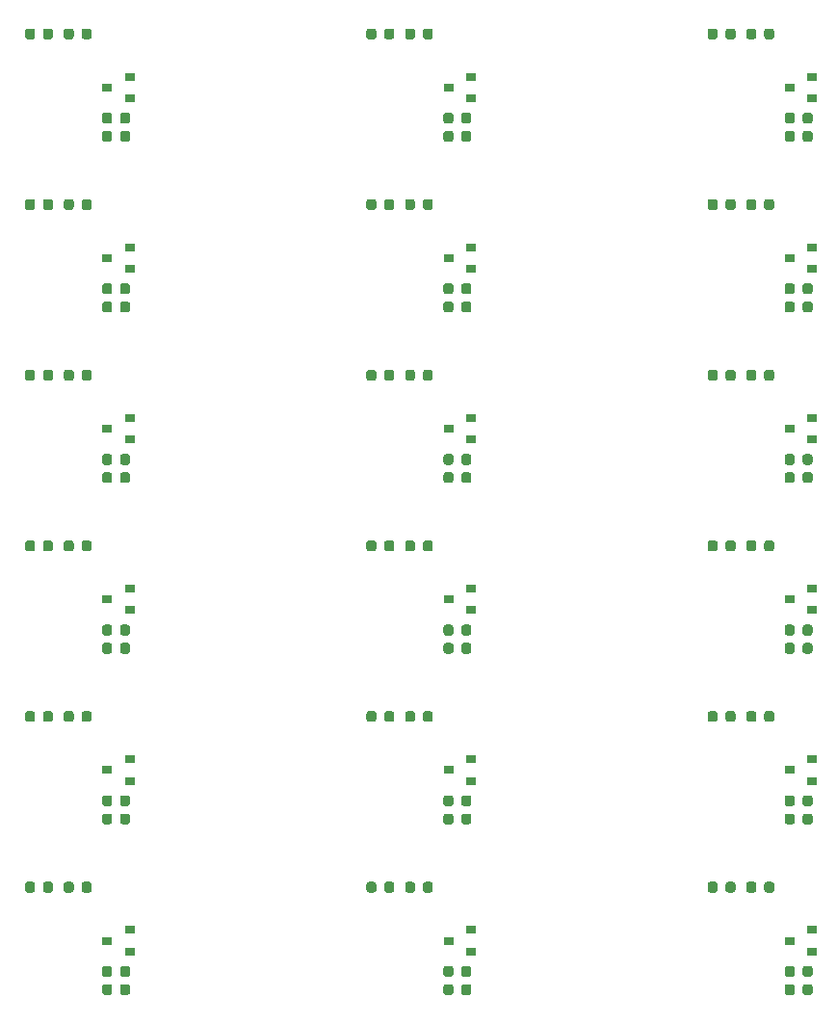
<source format=gbr>
%TF.GenerationSoftware,KiCad,Pcbnew,5.1.6-c6e7f7d~87~ubuntu18.04.1*%
%TF.CreationDate,2020-08-12T19:32:08-03:00*%
%TF.ProjectId,irStrip_v1_panel,69725374-7269-4705-9f76-315f70616e65,Rev. 1.0.1*%
%TF.SameCoordinates,Original*%
%TF.FileFunction,Paste,Bot*%
%TF.FilePolarity,Positive*%
%FSLAX46Y46*%
G04 Gerber Fmt 4.6, Leading zero omitted, Abs format (unit mm)*
G04 Created by KiCad (PCBNEW 5.1.6-c6e7f7d~87~ubuntu18.04.1) date 2020-08-12 19:32:08*
%MOMM*%
%LPD*%
G01*
G04 APERTURE LIST*
%ADD10R,0.900000X0.800000*%
G04 APERTURE END LIST*
D10*
%TO.C,Q1*%
X183300000Y-136250000D03*
X183300000Y-138150000D03*
X181300000Y-137200000D03*
%TD*%
%TO.C,C1*%
G36*
G01*
X182437500Y-140156250D02*
X182437500Y-139643750D01*
G75*
G02*
X182656250Y-139425000I218750J0D01*
G01*
X183093750Y-139425000D01*
G75*
G02*
X183312500Y-139643750I0J-218750D01*
G01*
X183312500Y-140156250D01*
G75*
G02*
X183093750Y-140375000I-218750J0D01*
G01*
X182656250Y-140375000D01*
G75*
G02*
X182437500Y-140156250I0J218750D01*
G01*
G37*
G36*
G01*
X180862500Y-140156250D02*
X180862500Y-139643750D01*
G75*
G02*
X181081250Y-139425000I218750J0D01*
G01*
X181518750Y-139425000D01*
G75*
G02*
X181737500Y-139643750I0J-218750D01*
G01*
X181737500Y-140156250D01*
G75*
G02*
X181518750Y-140375000I-218750J0D01*
G01*
X181081250Y-140375000D01*
G75*
G02*
X180862500Y-140156250I0J218750D01*
G01*
G37*
%TD*%
%TO.C,C2*%
G36*
G01*
X180862500Y-141756250D02*
X180862500Y-141243750D01*
G75*
G02*
X181081250Y-141025000I218750J0D01*
G01*
X181518750Y-141025000D01*
G75*
G02*
X181737500Y-141243750I0J-218750D01*
G01*
X181737500Y-141756250D01*
G75*
G02*
X181518750Y-141975000I-218750J0D01*
G01*
X181081250Y-141975000D01*
G75*
G02*
X180862500Y-141756250I0J218750D01*
G01*
G37*
G36*
G01*
X182437500Y-141756250D02*
X182437500Y-141243750D01*
G75*
G02*
X182656250Y-141025000I218750J0D01*
G01*
X183093750Y-141025000D01*
G75*
G02*
X183312500Y-141243750I0J-218750D01*
G01*
X183312500Y-141756250D01*
G75*
G02*
X183093750Y-141975000I-218750J0D01*
G01*
X182656250Y-141975000D01*
G75*
G02*
X182437500Y-141756250I0J218750D01*
G01*
G37*
%TD*%
%TO.C,R1*%
G36*
G01*
X177487500Y-132756250D02*
X177487500Y-132243750D01*
G75*
G02*
X177706250Y-132025000I218750J0D01*
G01*
X178143750Y-132025000D01*
G75*
G02*
X178362500Y-132243750I0J-218750D01*
G01*
X178362500Y-132756250D01*
G75*
G02*
X178143750Y-132975000I-218750J0D01*
G01*
X177706250Y-132975000D01*
G75*
G02*
X177487500Y-132756250I0J218750D01*
G01*
G37*
G36*
G01*
X179062500Y-132756250D02*
X179062500Y-132243750D01*
G75*
G02*
X179281250Y-132025000I218750J0D01*
G01*
X179718750Y-132025000D01*
G75*
G02*
X179937500Y-132243750I0J-218750D01*
G01*
X179937500Y-132756250D01*
G75*
G02*
X179718750Y-132975000I-218750J0D01*
G01*
X179281250Y-132975000D01*
G75*
G02*
X179062500Y-132756250I0J218750D01*
G01*
G37*
%TD*%
%TO.C,R2*%
G36*
G01*
X175662500Y-132756250D02*
X175662500Y-132243750D01*
G75*
G02*
X175881250Y-132025000I218750J0D01*
G01*
X176318750Y-132025000D01*
G75*
G02*
X176537500Y-132243750I0J-218750D01*
G01*
X176537500Y-132756250D01*
G75*
G02*
X176318750Y-132975000I-218750J0D01*
G01*
X175881250Y-132975000D01*
G75*
G02*
X175662500Y-132756250I0J218750D01*
G01*
G37*
G36*
G01*
X174087500Y-132756250D02*
X174087500Y-132243750D01*
G75*
G02*
X174306250Y-132025000I218750J0D01*
G01*
X174743750Y-132025000D01*
G75*
G02*
X174962500Y-132243750I0J-218750D01*
G01*
X174962500Y-132756250D01*
G75*
G02*
X174743750Y-132975000I-218750J0D01*
G01*
X174306250Y-132975000D01*
G75*
G02*
X174087500Y-132756250I0J218750D01*
G01*
G37*
%TD*%
%TO.C,R1*%
G36*
G01*
X177487500Y-117756250D02*
X177487500Y-117243750D01*
G75*
G02*
X177706250Y-117025000I218750J0D01*
G01*
X178143750Y-117025000D01*
G75*
G02*
X178362500Y-117243750I0J-218750D01*
G01*
X178362500Y-117756250D01*
G75*
G02*
X178143750Y-117975000I-218750J0D01*
G01*
X177706250Y-117975000D01*
G75*
G02*
X177487500Y-117756250I0J218750D01*
G01*
G37*
G36*
G01*
X179062500Y-117756250D02*
X179062500Y-117243750D01*
G75*
G02*
X179281250Y-117025000I218750J0D01*
G01*
X179718750Y-117025000D01*
G75*
G02*
X179937500Y-117243750I0J-218750D01*
G01*
X179937500Y-117756250D01*
G75*
G02*
X179718750Y-117975000I-218750J0D01*
G01*
X179281250Y-117975000D01*
G75*
G02*
X179062500Y-117756250I0J218750D01*
G01*
G37*
%TD*%
%TO.C,C2*%
G36*
G01*
X180862500Y-126756250D02*
X180862500Y-126243750D01*
G75*
G02*
X181081250Y-126025000I218750J0D01*
G01*
X181518750Y-126025000D01*
G75*
G02*
X181737500Y-126243750I0J-218750D01*
G01*
X181737500Y-126756250D01*
G75*
G02*
X181518750Y-126975000I-218750J0D01*
G01*
X181081250Y-126975000D01*
G75*
G02*
X180862500Y-126756250I0J218750D01*
G01*
G37*
G36*
G01*
X182437500Y-126756250D02*
X182437500Y-126243750D01*
G75*
G02*
X182656250Y-126025000I218750J0D01*
G01*
X183093750Y-126025000D01*
G75*
G02*
X183312500Y-126243750I0J-218750D01*
G01*
X183312500Y-126756250D01*
G75*
G02*
X183093750Y-126975000I-218750J0D01*
G01*
X182656250Y-126975000D01*
G75*
G02*
X182437500Y-126756250I0J218750D01*
G01*
G37*
%TD*%
%TO.C,C1*%
G36*
G01*
X182437500Y-125156250D02*
X182437500Y-124643750D01*
G75*
G02*
X182656250Y-124425000I218750J0D01*
G01*
X183093750Y-124425000D01*
G75*
G02*
X183312500Y-124643750I0J-218750D01*
G01*
X183312500Y-125156250D01*
G75*
G02*
X183093750Y-125375000I-218750J0D01*
G01*
X182656250Y-125375000D01*
G75*
G02*
X182437500Y-125156250I0J218750D01*
G01*
G37*
G36*
G01*
X180862500Y-125156250D02*
X180862500Y-124643750D01*
G75*
G02*
X181081250Y-124425000I218750J0D01*
G01*
X181518750Y-124425000D01*
G75*
G02*
X181737500Y-124643750I0J-218750D01*
G01*
X181737500Y-125156250D01*
G75*
G02*
X181518750Y-125375000I-218750J0D01*
G01*
X181081250Y-125375000D01*
G75*
G02*
X180862500Y-125156250I0J218750D01*
G01*
G37*
%TD*%
%TO.C,R2*%
G36*
G01*
X175662500Y-117756250D02*
X175662500Y-117243750D01*
G75*
G02*
X175881250Y-117025000I218750J0D01*
G01*
X176318750Y-117025000D01*
G75*
G02*
X176537500Y-117243750I0J-218750D01*
G01*
X176537500Y-117756250D01*
G75*
G02*
X176318750Y-117975000I-218750J0D01*
G01*
X175881250Y-117975000D01*
G75*
G02*
X175662500Y-117756250I0J218750D01*
G01*
G37*
G36*
G01*
X174087500Y-117756250D02*
X174087500Y-117243750D01*
G75*
G02*
X174306250Y-117025000I218750J0D01*
G01*
X174743750Y-117025000D01*
G75*
G02*
X174962500Y-117243750I0J-218750D01*
G01*
X174962500Y-117756250D01*
G75*
G02*
X174743750Y-117975000I-218750J0D01*
G01*
X174306250Y-117975000D01*
G75*
G02*
X174087500Y-117756250I0J218750D01*
G01*
G37*
%TD*%
%TO.C,Q1*%
X183300000Y-121250000D03*
X183300000Y-123150000D03*
X181300000Y-122200000D03*
%TD*%
%TO.C,C1*%
G36*
G01*
X182437500Y-110156250D02*
X182437500Y-109643750D01*
G75*
G02*
X182656250Y-109425000I218750J0D01*
G01*
X183093750Y-109425000D01*
G75*
G02*
X183312500Y-109643750I0J-218750D01*
G01*
X183312500Y-110156250D01*
G75*
G02*
X183093750Y-110375000I-218750J0D01*
G01*
X182656250Y-110375000D01*
G75*
G02*
X182437500Y-110156250I0J218750D01*
G01*
G37*
G36*
G01*
X180862500Y-110156250D02*
X180862500Y-109643750D01*
G75*
G02*
X181081250Y-109425000I218750J0D01*
G01*
X181518750Y-109425000D01*
G75*
G02*
X181737500Y-109643750I0J-218750D01*
G01*
X181737500Y-110156250D01*
G75*
G02*
X181518750Y-110375000I-218750J0D01*
G01*
X181081250Y-110375000D01*
G75*
G02*
X180862500Y-110156250I0J218750D01*
G01*
G37*
%TD*%
%TO.C,C2*%
G36*
G01*
X180862500Y-111756250D02*
X180862500Y-111243750D01*
G75*
G02*
X181081250Y-111025000I218750J0D01*
G01*
X181518750Y-111025000D01*
G75*
G02*
X181737500Y-111243750I0J-218750D01*
G01*
X181737500Y-111756250D01*
G75*
G02*
X181518750Y-111975000I-218750J0D01*
G01*
X181081250Y-111975000D01*
G75*
G02*
X180862500Y-111756250I0J218750D01*
G01*
G37*
G36*
G01*
X182437500Y-111756250D02*
X182437500Y-111243750D01*
G75*
G02*
X182656250Y-111025000I218750J0D01*
G01*
X183093750Y-111025000D01*
G75*
G02*
X183312500Y-111243750I0J-218750D01*
G01*
X183312500Y-111756250D01*
G75*
G02*
X183093750Y-111975000I-218750J0D01*
G01*
X182656250Y-111975000D01*
G75*
G02*
X182437500Y-111756250I0J218750D01*
G01*
G37*
%TD*%
%TO.C,R1*%
G36*
G01*
X177487500Y-102756250D02*
X177487500Y-102243750D01*
G75*
G02*
X177706250Y-102025000I218750J0D01*
G01*
X178143750Y-102025000D01*
G75*
G02*
X178362500Y-102243750I0J-218750D01*
G01*
X178362500Y-102756250D01*
G75*
G02*
X178143750Y-102975000I-218750J0D01*
G01*
X177706250Y-102975000D01*
G75*
G02*
X177487500Y-102756250I0J218750D01*
G01*
G37*
G36*
G01*
X179062500Y-102756250D02*
X179062500Y-102243750D01*
G75*
G02*
X179281250Y-102025000I218750J0D01*
G01*
X179718750Y-102025000D01*
G75*
G02*
X179937500Y-102243750I0J-218750D01*
G01*
X179937500Y-102756250D01*
G75*
G02*
X179718750Y-102975000I-218750J0D01*
G01*
X179281250Y-102975000D01*
G75*
G02*
X179062500Y-102756250I0J218750D01*
G01*
G37*
%TD*%
%TO.C,R2*%
G36*
G01*
X175662500Y-102756250D02*
X175662500Y-102243750D01*
G75*
G02*
X175881250Y-102025000I218750J0D01*
G01*
X176318750Y-102025000D01*
G75*
G02*
X176537500Y-102243750I0J-218750D01*
G01*
X176537500Y-102756250D01*
G75*
G02*
X176318750Y-102975000I-218750J0D01*
G01*
X175881250Y-102975000D01*
G75*
G02*
X175662500Y-102756250I0J218750D01*
G01*
G37*
G36*
G01*
X174087500Y-102756250D02*
X174087500Y-102243750D01*
G75*
G02*
X174306250Y-102025000I218750J0D01*
G01*
X174743750Y-102025000D01*
G75*
G02*
X174962500Y-102243750I0J-218750D01*
G01*
X174962500Y-102756250D01*
G75*
G02*
X174743750Y-102975000I-218750J0D01*
G01*
X174306250Y-102975000D01*
G75*
G02*
X174087500Y-102756250I0J218750D01*
G01*
G37*
%TD*%
%TO.C,Q1*%
X183300000Y-106250000D03*
X183300000Y-108150000D03*
X181300000Y-107200000D03*
%TD*%
%TO.C,Q1*%
X183300000Y-91250000D03*
X183300000Y-93150000D03*
X181300000Y-92200000D03*
%TD*%
%TO.C,R1*%
G36*
G01*
X177487500Y-87756250D02*
X177487500Y-87243750D01*
G75*
G02*
X177706250Y-87025000I218750J0D01*
G01*
X178143750Y-87025000D01*
G75*
G02*
X178362500Y-87243750I0J-218750D01*
G01*
X178362500Y-87756250D01*
G75*
G02*
X178143750Y-87975000I-218750J0D01*
G01*
X177706250Y-87975000D01*
G75*
G02*
X177487500Y-87756250I0J218750D01*
G01*
G37*
G36*
G01*
X179062500Y-87756250D02*
X179062500Y-87243750D01*
G75*
G02*
X179281250Y-87025000I218750J0D01*
G01*
X179718750Y-87025000D01*
G75*
G02*
X179937500Y-87243750I0J-218750D01*
G01*
X179937500Y-87756250D01*
G75*
G02*
X179718750Y-87975000I-218750J0D01*
G01*
X179281250Y-87975000D01*
G75*
G02*
X179062500Y-87756250I0J218750D01*
G01*
G37*
%TD*%
%TO.C,C1*%
G36*
G01*
X182437500Y-95156250D02*
X182437500Y-94643750D01*
G75*
G02*
X182656250Y-94425000I218750J0D01*
G01*
X183093750Y-94425000D01*
G75*
G02*
X183312500Y-94643750I0J-218750D01*
G01*
X183312500Y-95156250D01*
G75*
G02*
X183093750Y-95375000I-218750J0D01*
G01*
X182656250Y-95375000D01*
G75*
G02*
X182437500Y-95156250I0J218750D01*
G01*
G37*
G36*
G01*
X180862500Y-95156250D02*
X180862500Y-94643750D01*
G75*
G02*
X181081250Y-94425000I218750J0D01*
G01*
X181518750Y-94425000D01*
G75*
G02*
X181737500Y-94643750I0J-218750D01*
G01*
X181737500Y-95156250D01*
G75*
G02*
X181518750Y-95375000I-218750J0D01*
G01*
X181081250Y-95375000D01*
G75*
G02*
X180862500Y-95156250I0J218750D01*
G01*
G37*
%TD*%
%TO.C,R2*%
G36*
G01*
X175662500Y-87756250D02*
X175662500Y-87243750D01*
G75*
G02*
X175881250Y-87025000I218750J0D01*
G01*
X176318750Y-87025000D01*
G75*
G02*
X176537500Y-87243750I0J-218750D01*
G01*
X176537500Y-87756250D01*
G75*
G02*
X176318750Y-87975000I-218750J0D01*
G01*
X175881250Y-87975000D01*
G75*
G02*
X175662500Y-87756250I0J218750D01*
G01*
G37*
G36*
G01*
X174087500Y-87756250D02*
X174087500Y-87243750D01*
G75*
G02*
X174306250Y-87025000I218750J0D01*
G01*
X174743750Y-87025000D01*
G75*
G02*
X174962500Y-87243750I0J-218750D01*
G01*
X174962500Y-87756250D01*
G75*
G02*
X174743750Y-87975000I-218750J0D01*
G01*
X174306250Y-87975000D01*
G75*
G02*
X174087500Y-87756250I0J218750D01*
G01*
G37*
%TD*%
%TO.C,C2*%
G36*
G01*
X180862500Y-96756250D02*
X180862500Y-96243750D01*
G75*
G02*
X181081250Y-96025000I218750J0D01*
G01*
X181518750Y-96025000D01*
G75*
G02*
X181737500Y-96243750I0J-218750D01*
G01*
X181737500Y-96756250D01*
G75*
G02*
X181518750Y-96975000I-218750J0D01*
G01*
X181081250Y-96975000D01*
G75*
G02*
X180862500Y-96756250I0J218750D01*
G01*
G37*
G36*
G01*
X182437500Y-96756250D02*
X182437500Y-96243750D01*
G75*
G02*
X182656250Y-96025000I218750J0D01*
G01*
X183093750Y-96025000D01*
G75*
G02*
X183312500Y-96243750I0J-218750D01*
G01*
X183312500Y-96756250D01*
G75*
G02*
X183093750Y-96975000I-218750J0D01*
G01*
X182656250Y-96975000D01*
G75*
G02*
X182437500Y-96756250I0J218750D01*
G01*
G37*
%TD*%
%TO.C,Q1*%
X183300000Y-76250000D03*
X183300000Y-78150000D03*
X181300000Y-77200000D03*
%TD*%
%TO.C,C2*%
G36*
G01*
X180862500Y-81756250D02*
X180862500Y-81243750D01*
G75*
G02*
X181081250Y-81025000I218750J0D01*
G01*
X181518750Y-81025000D01*
G75*
G02*
X181737500Y-81243750I0J-218750D01*
G01*
X181737500Y-81756250D01*
G75*
G02*
X181518750Y-81975000I-218750J0D01*
G01*
X181081250Y-81975000D01*
G75*
G02*
X180862500Y-81756250I0J218750D01*
G01*
G37*
G36*
G01*
X182437500Y-81756250D02*
X182437500Y-81243750D01*
G75*
G02*
X182656250Y-81025000I218750J0D01*
G01*
X183093750Y-81025000D01*
G75*
G02*
X183312500Y-81243750I0J-218750D01*
G01*
X183312500Y-81756250D01*
G75*
G02*
X183093750Y-81975000I-218750J0D01*
G01*
X182656250Y-81975000D01*
G75*
G02*
X182437500Y-81756250I0J218750D01*
G01*
G37*
%TD*%
%TO.C,R2*%
G36*
G01*
X175662500Y-72756250D02*
X175662500Y-72243750D01*
G75*
G02*
X175881250Y-72025000I218750J0D01*
G01*
X176318750Y-72025000D01*
G75*
G02*
X176537500Y-72243750I0J-218750D01*
G01*
X176537500Y-72756250D01*
G75*
G02*
X176318750Y-72975000I-218750J0D01*
G01*
X175881250Y-72975000D01*
G75*
G02*
X175662500Y-72756250I0J218750D01*
G01*
G37*
G36*
G01*
X174087500Y-72756250D02*
X174087500Y-72243750D01*
G75*
G02*
X174306250Y-72025000I218750J0D01*
G01*
X174743750Y-72025000D01*
G75*
G02*
X174962500Y-72243750I0J-218750D01*
G01*
X174962500Y-72756250D01*
G75*
G02*
X174743750Y-72975000I-218750J0D01*
G01*
X174306250Y-72975000D01*
G75*
G02*
X174087500Y-72756250I0J218750D01*
G01*
G37*
%TD*%
%TO.C,Q1*%
X181300000Y-62200000D03*
X183300000Y-63150000D03*
X183300000Y-61250000D03*
%TD*%
%TO.C,C1*%
G36*
G01*
X180862500Y-65156250D02*
X180862500Y-64643750D01*
G75*
G02*
X181081250Y-64425000I218750J0D01*
G01*
X181518750Y-64425000D01*
G75*
G02*
X181737500Y-64643750I0J-218750D01*
G01*
X181737500Y-65156250D01*
G75*
G02*
X181518750Y-65375000I-218750J0D01*
G01*
X181081250Y-65375000D01*
G75*
G02*
X180862500Y-65156250I0J218750D01*
G01*
G37*
G36*
G01*
X182437500Y-65156250D02*
X182437500Y-64643750D01*
G75*
G02*
X182656250Y-64425000I218750J0D01*
G01*
X183093750Y-64425000D01*
G75*
G02*
X183312500Y-64643750I0J-218750D01*
G01*
X183312500Y-65156250D01*
G75*
G02*
X183093750Y-65375000I-218750J0D01*
G01*
X182656250Y-65375000D01*
G75*
G02*
X182437500Y-65156250I0J218750D01*
G01*
G37*
%TD*%
%TO.C,R1*%
G36*
G01*
X179062500Y-57756250D02*
X179062500Y-57243750D01*
G75*
G02*
X179281250Y-57025000I218750J0D01*
G01*
X179718750Y-57025000D01*
G75*
G02*
X179937500Y-57243750I0J-218750D01*
G01*
X179937500Y-57756250D01*
G75*
G02*
X179718750Y-57975000I-218750J0D01*
G01*
X179281250Y-57975000D01*
G75*
G02*
X179062500Y-57756250I0J218750D01*
G01*
G37*
G36*
G01*
X177487500Y-57756250D02*
X177487500Y-57243750D01*
G75*
G02*
X177706250Y-57025000I218750J0D01*
G01*
X178143750Y-57025000D01*
G75*
G02*
X178362500Y-57243750I0J-218750D01*
G01*
X178362500Y-57756250D01*
G75*
G02*
X178143750Y-57975000I-218750J0D01*
G01*
X177706250Y-57975000D01*
G75*
G02*
X177487500Y-57756250I0J218750D01*
G01*
G37*
%TD*%
%TO.C,R2*%
G36*
G01*
X174087500Y-57756250D02*
X174087500Y-57243750D01*
G75*
G02*
X174306250Y-57025000I218750J0D01*
G01*
X174743750Y-57025000D01*
G75*
G02*
X174962500Y-57243750I0J-218750D01*
G01*
X174962500Y-57756250D01*
G75*
G02*
X174743750Y-57975000I-218750J0D01*
G01*
X174306250Y-57975000D01*
G75*
G02*
X174087500Y-57756250I0J218750D01*
G01*
G37*
G36*
G01*
X175662500Y-57756250D02*
X175662500Y-57243750D01*
G75*
G02*
X175881250Y-57025000I218750J0D01*
G01*
X176318750Y-57025000D01*
G75*
G02*
X176537500Y-57243750I0J-218750D01*
G01*
X176537500Y-57756250D01*
G75*
G02*
X176318750Y-57975000I-218750J0D01*
G01*
X175881250Y-57975000D01*
G75*
G02*
X175662500Y-57756250I0J218750D01*
G01*
G37*
%TD*%
%TO.C,C2*%
G36*
G01*
X182437500Y-66756250D02*
X182437500Y-66243750D01*
G75*
G02*
X182656250Y-66025000I218750J0D01*
G01*
X183093750Y-66025000D01*
G75*
G02*
X183312500Y-66243750I0J-218750D01*
G01*
X183312500Y-66756250D01*
G75*
G02*
X183093750Y-66975000I-218750J0D01*
G01*
X182656250Y-66975000D01*
G75*
G02*
X182437500Y-66756250I0J218750D01*
G01*
G37*
G36*
G01*
X180862500Y-66756250D02*
X180862500Y-66243750D01*
G75*
G02*
X181081250Y-66025000I218750J0D01*
G01*
X181518750Y-66025000D01*
G75*
G02*
X181737500Y-66243750I0J-218750D01*
G01*
X181737500Y-66756250D01*
G75*
G02*
X181518750Y-66975000I-218750J0D01*
G01*
X181081250Y-66975000D01*
G75*
G02*
X180862500Y-66756250I0J218750D01*
G01*
G37*
%TD*%
%TO.C,R1*%
G36*
G01*
X177487500Y-72756250D02*
X177487500Y-72243750D01*
G75*
G02*
X177706250Y-72025000I218750J0D01*
G01*
X178143750Y-72025000D01*
G75*
G02*
X178362500Y-72243750I0J-218750D01*
G01*
X178362500Y-72756250D01*
G75*
G02*
X178143750Y-72975000I-218750J0D01*
G01*
X177706250Y-72975000D01*
G75*
G02*
X177487500Y-72756250I0J218750D01*
G01*
G37*
G36*
G01*
X179062500Y-72756250D02*
X179062500Y-72243750D01*
G75*
G02*
X179281250Y-72025000I218750J0D01*
G01*
X179718750Y-72025000D01*
G75*
G02*
X179937500Y-72243750I0J-218750D01*
G01*
X179937500Y-72756250D01*
G75*
G02*
X179718750Y-72975000I-218750J0D01*
G01*
X179281250Y-72975000D01*
G75*
G02*
X179062500Y-72756250I0J218750D01*
G01*
G37*
%TD*%
%TO.C,C1*%
G36*
G01*
X182437500Y-80156250D02*
X182437500Y-79643750D01*
G75*
G02*
X182656250Y-79425000I218750J0D01*
G01*
X183093750Y-79425000D01*
G75*
G02*
X183312500Y-79643750I0J-218750D01*
G01*
X183312500Y-80156250D01*
G75*
G02*
X183093750Y-80375000I-218750J0D01*
G01*
X182656250Y-80375000D01*
G75*
G02*
X182437500Y-80156250I0J218750D01*
G01*
G37*
G36*
G01*
X180862500Y-80156250D02*
X180862500Y-79643750D01*
G75*
G02*
X181081250Y-79425000I218750J0D01*
G01*
X181518750Y-79425000D01*
G75*
G02*
X181737500Y-79643750I0J-218750D01*
G01*
X181737500Y-80156250D01*
G75*
G02*
X181518750Y-80375000I-218750J0D01*
G01*
X181081250Y-80375000D01*
G75*
G02*
X180862500Y-80156250I0J218750D01*
G01*
G37*
%TD*%
%TO.C,Q1*%
X153300000Y-136250000D03*
X153300000Y-138150000D03*
X151300000Y-137200000D03*
%TD*%
%TO.C,C1*%
G36*
G01*
X152437500Y-140156250D02*
X152437500Y-139643750D01*
G75*
G02*
X152656250Y-139425000I218750J0D01*
G01*
X153093750Y-139425000D01*
G75*
G02*
X153312500Y-139643750I0J-218750D01*
G01*
X153312500Y-140156250D01*
G75*
G02*
X153093750Y-140375000I-218750J0D01*
G01*
X152656250Y-140375000D01*
G75*
G02*
X152437500Y-140156250I0J218750D01*
G01*
G37*
G36*
G01*
X150862500Y-140156250D02*
X150862500Y-139643750D01*
G75*
G02*
X151081250Y-139425000I218750J0D01*
G01*
X151518750Y-139425000D01*
G75*
G02*
X151737500Y-139643750I0J-218750D01*
G01*
X151737500Y-140156250D01*
G75*
G02*
X151518750Y-140375000I-218750J0D01*
G01*
X151081250Y-140375000D01*
G75*
G02*
X150862500Y-140156250I0J218750D01*
G01*
G37*
%TD*%
%TO.C,C2*%
G36*
G01*
X150862500Y-141756250D02*
X150862500Y-141243750D01*
G75*
G02*
X151081250Y-141025000I218750J0D01*
G01*
X151518750Y-141025000D01*
G75*
G02*
X151737500Y-141243750I0J-218750D01*
G01*
X151737500Y-141756250D01*
G75*
G02*
X151518750Y-141975000I-218750J0D01*
G01*
X151081250Y-141975000D01*
G75*
G02*
X150862500Y-141756250I0J218750D01*
G01*
G37*
G36*
G01*
X152437500Y-141756250D02*
X152437500Y-141243750D01*
G75*
G02*
X152656250Y-141025000I218750J0D01*
G01*
X153093750Y-141025000D01*
G75*
G02*
X153312500Y-141243750I0J-218750D01*
G01*
X153312500Y-141756250D01*
G75*
G02*
X153093750Y-141975000I-218750J0D01*
G01*
X152656250Y-141975000D01*
G75*
G02*
X152437500Y-141756250I0J218750D01*
G01*
G37*
%TD*%
%TO.C,R1*%
G36*
G01*
X147487500Y-132756250D02*
X147487500Y-132243750D01*
G75*
G02*
X147706250Y-132025000I218750J0D01*
G01*
X148143750Y-132025000D01*
G75*
G02*
X148362500Y-132243750I0J-218750D01*
G01*
X148362500Y-132756250D01*
G75*
G02*
X148143750Y-132975000I-218750J0D01*
G01*
X147706250Y-132975000D01*
G75*
G02*
X147487500Y-132756250I0J218750D01*
G01*
G37*
G36*
G01*
X149062500Y-132756250D02*
X149062500Y-132243750D01*
G75*
G02*
X149281250Y-132025000I218750J0D01*
G01*
X149718750Y-132025000D01*
G75*
G02*
X149937500Y-132243750I0J-218750D01*
G01*
X149937500Y-132756250D01*
G75*
G02*
X149718750Y-132975000I-218750J0D01*
G01*
X149281250Y-132975000D01*
G75*
G02*
X149062500Y-132756250I0J218750D01*
G01*
G37*
%TD*%
%TO.C,R2*%
G36*
G01*
X145662500Y-132756250D02*
X145662500Y-132243750D01*
G75*
G02*
X145881250Y-132025000I218750J0D01*
G01*
X146318750Y-132025000D01*
G75*
G02*
X146537500Y-132243750I0J-218750D01*
G01*
X146537500Y-132756250D01*
G75*
G02*
X146318750Y-132975000I-218750J0D01*
G01*
X145881250Y-132975000D01*
G75*
G02*
X145662500Y-132756250I0J218750D01*
G01*
G37*
G36*
G01*
X144087500Y-132756250D02*
X144087500Y-132243750D01*
G75*
G02*
X144306250Y-132025000I218750J0D01*
G01*
X144743750Y-132025000D01*
G75*
G02*
X144962500Y-132243750I0J-218750D01*
G01*
X144962500Y-132756250D01*
G75*
G02*
X144743750Y-132975000I-218750J0D01*
G01*
X144306250Y-132975000D01*
G75*
G02*
X144087500Y-132756250I0J218750D01*
G01*
G37*
%TD*%
%TO.C,R1*%
G36*
G01*
X147487500Y-117756250D02*
X147487500Y-117243750D01*
G75*
G02*
X147706250Y-117025000I218750J0D01*
G01*
X148143750Y-117025000D01*
G75*
G02*
X148362500Y-117243750I0J-218750D01*
G01*
X148362500Y-117756250D01*
G75*
G02*
X148143750Y-117975000I-218750J0D01*
G01*
X147706250Y-117975000D01*
G75*
G02*
X147487500Y-117756250I0J218750D01*
G01*
G37*
G36*
G01*
X149062500Y-117756250D02*
X149062500Y-117243750D01*
G75*
G02*
X149281250Y-117025000I218750J0D01*
G01*
X149718750Y-117025000D01*
G75*
G02*
X149937500Y-117243750I0J-218750D01*
G01*
X149937500Y-117756250D01*
G75*
G02*
X149718750Y-117975000I-218750J0D01*
G01*
X149281250Y-117975000D01*
G75*
G02*
X149062500Y-117756250I0J218750D01*
G01*
G37*
%TD*%
%TO.C,C2*%
G36*
G01*
X150862500Y-126756250D02*
X150862500Y-126243750D01*
G75*
G02*
X151081250Y-126025000I218750J0D01*
G01*
X151518750Y-126025000D01*
G75*
G02*
X151737500Y-126243750I0J-218750D01*
G01*
X151737500Y-126756250D01*
G75*
G02*
X151518750Y-126975000I-218750J0D01*
G01*
X151081250Y-126975000D01*
G75*
G02*
X150862500Y-126756250I0J218750D01*
G01*
G37*
G36*
G01*
X152437500Y-126756250D02*
X152437500Y-126243750D01*
G75*
G02*
X152656250Y-126025000I218750J0D01*
G01*
X153093750Y-126025000D01*
G75*
G02*
X153312500Y-126243750I0J-218750D01*
G01*
X153312500Y-126756250D01*
G75*
G02*
X153093750Y-126975000I-218750J0D01*
G01*
X152656250Y-126975000D01*
G75*
G02*
X152437500Y-126756250I0J218750D01*
G01*
G37*
%TD*%
%TO.C,C1*%
G36*
G01*
X152437500Y-125156250D02*
X152437500Y-124643750D01*
G75*
G02*
X152656250Y-124425000I218750J0D01*
G01*
X153093750Y-124425000D01*
G75*
G02*
X153312500Y-124643750I0J-218750D01*
G01*
X153312500Y-125156250D01*
G75*
G02*
X153093750Y-125375000I-218750J0D01*
G01*
X152656250Y-125375000D01*
G75*
G02*
X152437500Y-125156250I0J218750D01*
G01*
G37*
G36*
G01*
X150862500Y-125156250D02*
X150862500Y-124643750D01*
G75*
G02*
X151081250Y-124425000I218750J0D01*
G01*
X151518750Y-124425000D01*
G75*
G02*
X151737500Y-124643750I0J-218750D01*
G01*
X151737500Y-125156250D01*
G75*
G02*
X151518750Y-125375000I-218750J0D01*
G01*
X151081250Y-125375000D01*
G75*
G02*
X150862500Y-125156250I0J218750D01*
G01*
G37*
%TD*%
%TO.C,R2*%
G36*
G01*
X145662500Y-117756250D02*
X145662500Y-117243750D01*
G75*
G02*
X145881250Y-117025000I218750J0D01*
G01*
X146318750Y-117025000D01*
G75*
G02*
X146537500Y-117243750I0J-218750D01*
G01*
X146537500Y-117756250D01*
G75*
G02*
X146318750Y-117975000I-218750J0D01*
G01*
X145881250Y-117975000D01*
G75*
G02*
X145662500Y-117756250I0J218750D01*
G01*
G37*
G36*
G01*
X144087500Y-117756250D02*
X144087500Y-117243750D01*
G75*
G02*
X144306250Y-117025000I218750J0D01*
G01*
X144743750Y-117025000D01*
G75*
G02*
X144962500Y-117243750I0J-218750D01*
G01*
X144962500Y-117756250D01*
G75*
G02*
X144743750Y-117975000I-218750J0D01*
G01*
X144306250Y-117975000D01*
G75*
G02*
X144087500Y-117756250I0J218750D01*
G01*
G37*
%TD*%
%TO.C,Q1*%
X153300000Y-121250000D03*
X153300000Y-123150000D03*
X151300000Y-122200000D03*
%TD*%
%TO.C,C1*%
G36*
G01*
X152437500Y-110156250D02*
X152437500Y-109643750D01*
G75*
G02*
X152656250Y-109425000I218750J0D01*
G01*
X153093750Y-109425000D01*
G75*
G02*
X153312500Y-109643750I0J-218750D01*
G01*
X153312500Y-110156250D01*
G75*
G02*
X153093750Y-110375000I-218750J0D01*
G01*
X152656250Y-110375000D01*
G75*
G02*
X152437500Y-110156250I0J218750D01*
G01*
G37*
G36*
G01*
X150862500Y-110156250D02*
X150862500Y-109643750D01*
G75*
G02*
X151081250Y-109425000I218750J0D01*
G01*
X151518750Y-109425000D01*
G75*
G02*
X151737500Y-109643750I0J-218750D01*
G01*
X151737500Y-110156250D01*
G75*
G02*
X151518750Y-110375000I-218750J0D01*
G01*
X151081250Y-110375000D01*
G75*
G02*
X150862500Y-110156250I0J218750D01*
G01*
G37*
%TD*%
%TO.C,C2*%
G36*
G01*
X150862500Y-111756250D02*
X150862500Y-111243750D01*
G75*
G02*
X151081250Y-111025000I218750J0D01*
G01*
X151518750Y-111025000D01*
G75*
G02*
X151737500Y-111243750I0J-218750D01*
G01*
X151737500Y-111756250D01*
G75*
G02*
X151518750Y-111975000I-218750J0D01*
G01*
X151081250Y-111975000D01*
G75*
G02*
X150862500Y-111756250I0J218750D01*
G01*
G37*
G36*
G01*
X152437500Y-111756250D02*
X152437500Y-111243750D01*
G75*
G02*
X152656250Y-111025000I218750J0D01*
G01*
X153093750Y-111025000D01*
G75*
G02*
X153312500Y-111243750I0J-218750D01*
G01*
X153312500Y-111756250D01*
G75*
G02*
X153093750Y-111975000I-218750J0D01*
G01*
X152656250Y-111975000D01*
G75*
G02*
X152437500Y-111756250I0J218750D01*
G01*
G37*
%TD*%
%TO.C,R1*%
G36*
G01*
X147487500Y-102756250D02*
X147487500Y-102243750D01*
G75*
G02*
X147706250Y-102025000I218750J0D01*
G01*
X148143750Y-102025000D01*
G75*
G02*
X148362500Y-102243750I0J-218750D01*
G01*
X148362500Y-102756250D01*
G75*
G02*
X148143750Y-102975000I-218750J0D01*
G01*
X147706250Y-102975000D01*
G75*
G02*
X147487500Y-102756250I0J218750D01*
G01*
G37*
G36*
G01*
X149062500Y-102756250D02*
X149062500Y-102243750D01*
G75*
G02*
X149281250Y-102025000I218750J0D01*
G01*
X149718750Y-102025000D01*
G75*
G02*
X149937500Y-102243750I0J-218750D01*
G01*
X149937500Y-102756250D01*
G75*
G02*
X149718750Y-102975000I-218750J0D01*
G01*
X149281250Y-102975000D01*
G75*
G02*
X149062500Y-102756250I0J218750D01*
G01*
G37*
%TD*%
%TO.C,R2*%
G36*
G01*
X145662500Y-102756250D02*
X145662500Y-102243750D01*
G75*
G02*
X145881250Y-102025000I218750J0D01*
G01*
X146318750Y-102025000D01*
G75*
G02*
X146537500Y-102243750I0J-218750D01*
G01*
X146537500Y-102756250D01*
G75*
G02*
X146318750Y-102975000I-218750J0D01*
G01*
X145881250Y-102975000D01*
G75*
G02*
X145662500Y-102756250I0J218750D01*
G01*
G37*
G36*
G01*
X144087500Y-102756250D02*
X144087500Y-102243750D01*
G75*
G02*
X144306250Y-102025000I218750J0D01*
G01*
X144743750Y-102025000D01*
G75*
G02*
X144962500Y-102243750I0J-218750D01*
G01*
X144962500Y-102756250D01*
G75*
G02*
X144743750Y-102975000I-218750J0D01*
G01*
X144306250Y-102975000D01*
G75*
G02*
X144087500Y-102756250I0J218750D01*
G01*
G37*
%TD*%
%TO.C,Q1*%
X153300000Y-106250000D03*
X153300000Y-108150000D03*
X151300000Y-107200000D03*
%TD*%
%TO.C,Q1*%
X153300000Y-91250000D03*
X153300000Y-93150000D03*
X151300000Y-92200000D03*
%TD*%
%TO.C,R1*%
G36*
G01*
X147487500Y-87756250D02*
X147487500Y-87243750D01*
G75*
G02*
X147706250Y-87025000I218750J0D01*
G01*
X148143750Y-87025000D01*
G75*
G02*
X148362500Y-87243750I0J-218750D01*
G01*
X148362500Y-87756250D01*
G75*
G02*
X148143750Y-87975000I-218750J0D01*
G01*
X147706250Y-87975000D01*
G75*
G02*
X147487500Y-87756250I0J218750D01*
G01*
G37*
G36*
G01*
X149062500Y-87756250D02*
X149062500Y-87243750D01*
G75*
G02*
X149281250Y-87025000I218750J0D01*
G01*
X149718750Y-87025000D01*
G75*
G02*
X149937500Y-87243750I0J-218750D01*
G01*
X149937500Y-87756250D01*
G75*
G02*
X149718750Y-87975000I-218750J0D01*
G01*
X149281250Y-87975000D01*
G75*
G02*
X149062500Y-87756250I0J218750D01*
G01*
G37*
%TD*%
%TO.C,C1*%
G36*
G01*
X152437500Y-95156250D02*
X152437500Y-94643750D01*
G75*
G02*
X152656250Y-94425000I218750J0D01*
G01*
X153093750Y-94425000D01*
G75*
G02*
X153312500Y-94643750I0J-218750D01*
G01*
X153312500Y-95156250D01*
G75*
G02*
X153093750Y-95375000I-218750J0D01*
G01*
X152656250Y-95375000D01*
G75*
G02*
X152437500Y-95156250I0J218750D01*
G01*
G37*
G36*
G01*
X150862500Y-95156250D02*
X150862500Y-94643750D01*
G75*
G02*
X151081250Y-94425000I218750J0D01*
G01*
X151518750Y-94425000D01*
G75*
G02*
X151737500Y-94643750I0J-218750D01*
G01*
X151737500Y-95156250D01*
G75*
G02*
X151518750Y-95375000I-218750J0D01*
G01*
X151081250Y-95375000D01*
G75*
G02*
X150862500Y-95156250I0J218750D01*
G01*
G37*
%TD*%
%TO.C,R2*%
G36*
G01*
X145662500Y-87756250D02*
X145662500Y-87243750D01*
G75*
G02*
X145881250Y-87025000I218750J0D01*
G01*
X146318750Y-87025000D01*
G75*
G02*
X146537500Y-87243750I0J-218750D01*
G01*
X146537500Y-87756250D01*
G75*
G02*
X146318750Y-87975000I-218750J0D01*
G01*
X145881250Y-87975000D01*
G75*
G02*
X145662500Y-87756250I0J218750D01*
G01*
G37*
G36*
G01*
X144087500Y-87756250D02*
X144087500Y-87243750D01*
G75*
G02*
X144306250Y-87025000I218750J0D01*
G01*
X144743750Y-87025000D01*
G75*
G02*
X144962500Y-87243750I0J-218750D01*
G01*
X144962500Y-87756250D01*
G75*
G02*
X144743750Y-87975000I-218750J0D01*
G01*
X144306250Y-87975000D01*
G75*
G02*
X144087500Y-87756250I0J218750D01*
G01*
G37*
%TD*%
%TO.C,C2*%
G36*
G01*
X150862500Y-96756250D02*
X150862500Y-96243750D01*
G75*
G02*
X151081250Y-96025000I218750J0D01*
G01*
X151518750Y-96025000D01*
G75*
G02*
X151737500Y-96243750I0J-218750D01*
G01*
X151737500Y-96756250D01*
G75*
G02*
X151518750Y-96975000I-218750J0D01*
G01*
X151081250Y-96975000D01*
G75*
G02*
X150862500Y-96756250I0J218750D01*
G01*
G37*
G36*
G01*
X152437500Y-96756250D02*
X152437500Y-96243750D01*
G75*
G02*
X152656250Y-96025000I218750J0D01*
G01*
X153093750Y-96025000D01*
G75*
G02*
X153312500Y-96243750I0J-218750D01*
G01*
X153312500Y-96756250D01*
G75*
G02*
X153093750Y-96975000I-218750J0D01*
G01*
X152656250Y-96975000D01*
G75*
G02*
X152437500Y-96756250I0J218750D01*
G01*
G37*
%TD*%
%TO.C,Q1*%
X153300000Y-76250000D03*
X153300000Y-78150000D03*
X151300000Y-77200000D03*
%TD*%
%TO.C,C2*%
G36*
G01*
X150862500Y-81756250D02*
X150862500Y-81243750D01*
G75*
G02*
X151081250Y-81025000I218750J0D01*
G01*
X151518750Y-81025000D01*
G75*
G02*
X151737500Y-81243750I0J-218750D01*
G01*
X151737500Y-81756250D01*
G75*
G02*
X151518750Y-81975000I-218750J0D01*
G01*
X151081250Y-81975000D01*
G75*
G02*
X150862500Y-81756250I0J218750D01*
G01*
G37*
G36*
G01*
X152437500Y-81756250D02*
X152437500Y-81243750D01*
G75*
G02*
X152656250Y-81025000I218750J0D01*
G01*
X153093750Y-81025000D01*
G75*
G02*
X153312500Y-81243750I0J-218750D01*
G01*
X153312500Y-81756250D01*
G75*
G02*
X153093750Y-81975000I-218750J0D01*
G01*
X152656250Y-81975000D01*
G75*
G02*
X152437500Y-81756250I0J218750D01*
G01*
G37*
%TD*%
%TO.C,R2*%
G36*
G01*
X145662500Y-72756250D02*
X145662500Y-72243750D01*
G75*
G02*
X145881250Y-72025000I218750J0D01*
G01*
X146318750Y-72025000D01*
G75*
G02*
X146537500Y-72243750I0J-218750D01*
G01*
X146537500Y-72756250D01*
G75*
G02*
X146318750Y-72975000I-218750J0D01*
G01*
X145881250Y-72975000D01*
G75*
G02*
X145662500Y-72756250I0J218750D01*
G01*
G37*
G36*
G01*
X144087500Y-72756250D02*
X144087500Y-72243750D01*
G75*
G02*
X144306250Y-72025000I218750J0D01*
G01*
X144743750Y-72025000D01*
G75*
G02*
X144962500Y-72243750I0J-218750D01*
G01*
X144962500Y-72756250D01*
G75*
G02*
X144743750Y-72975000I-218750J0D01*
G01*
X144306250Y-72975000D01*
G75*
G02*
X144087500Y-72756250I0J218750D01*
G01*
G37*
%TD*%
%TO.C,Q1*%
X151300000Y-62200000D03*
X153300000Y-63150000D03*
X153300000Y-61250000D03*
%TD*%
%TO.C,C1*%
G36*
G01*
X150862500Y-65156250D02*
X150862500Y-64643750D01*
G75*
G02*
X151081250Y-64425000I218750J0D01*
G01*
X151518750Y-64425000D01*
G75*
G02*
X151737500Y-64643750I0J-218750D01*
G01*
X151737500Y-65156250D01*
G75*
G02*
X151518750Y-65375000I-218750J0D01*
G01*
X151081250Y-65375000D01*
G75*
G02*
X150862500Y-65156250I0J218750D01*
G01*
G37*
G36*
G01*
X152437500Y-65156250D02*
X152437500Y-64643750D01*
G75*
G02*
X152656250Y-64425000I218750J0D01*
G01*
X153093750Y-64425000D01*
G75*
G02*
X153312500Y-64643750I0J-218750D01*
G01*
X153312500Y-65156250D01*
G75*
G02*
X153093750Y-65375000I-218750J0D01*
G01*
X152656250Y-65375000D01*
G75*
G02*
X152437500Y-65156250I0J218750D01*
G01*
G37*
%TD*%
%TO.C,R1*%
G36*
G01*
X149062500Y-57756250D02*
X149062500Y-57243750D01*
G75*
G02*
X149281250Y-57025000I218750J0D01*
G01*
X149718750Y-57025000D01*
G75*
G02*
X149937500Y-57243750I0J-218750D01*
G01*
X149937500Y-57756250D01*
G75*
G02*
X149718750Y-57975000I-218750J0D01*
G01*
X149281250Y-57975000D01*
G75*
G02*
X149062500Y-57756250I0J218750D01*
G01*
G37*
G36*
G01*
X147487500Y-57756250D02*
X147487500Y-57243750D01*
G75*
G02*
X147706250Y-57025000I218750J0D01*
G01*
X148143750Y-57025000D01*
G75*
G02*
X148362500Y-57243750I0J-218750D01*
G01*
X148362500Y-57756250D01*
G75*
G02*
X148143750Y-57975000I-218750J0D01*
G01*
X147706250Y-57975000D01*
G75*
G02*
X147487500Y-57756250I0J218750D01*
G01*
G37*
%TD*%
%TO.C,R2*%
G36*
G01*
X144087500Y-57756250D02*
X144087500Y-57243750D01*
G75*
G02*
X144306250Y-57025000I218750J0D01*
G01*
X144743750Y-57025000D01*
G75*
G02*
X144962500Y-57243750I0J-218750D01*
G01*
X144962500Y-57756250D01*
G75*
G02*
X144743750Y-57975000I-218750J0D01*
G01*
X144306250Y-57975000D01*
G75*
G02*
X144087500Y-57756250I0J218750D01*
G01*
G37*
G36*
G01*
X145662500Y-57756250D02*
X145662500Y-57243750D01*
G75*
G02*
X145881250Y-57025000I218750J0D01*
G01*
X146318750Y-57025000D01*
G75*
G02*
X146537500Y-57243750I0J-218750D01*
G01*
X146537500Y-57756250D01*
G75*
G02*
X146318750Y-57975000I-218750J0D01*
G01*
X145881250Y-57975000D01*
G75*
G02*
X145662500Y-57756250I0J218750D01*
G01*
G37*
%TD*%
%TO.C,C2*%
G36*
G01*
X152437500Y-66756250D02*
X152437500Y-66243750D01*
G75*
G02*
X152656250Y-66025000I218750J0D01*
G01*
X153093750Y-66025000D01*
G75*
G02*
X153312500Y-66243750I0J-218750D01*
G01*
X153312500Y-66756250D01*
G75*
G02*
X153093750Y-66975000I-218750J0D01*
G01*
X152656250Y-66975000D01*
G75*
G02*
X152437500Y-66756250I0J218750D01*
G01*
G37*
G36*
G01*
X150862500Y-66756250D02*
X150862500Y-66243750D01*
G75*
G02*
X151081250Y-66025000I218750J0D01*
G01*
X151518750Y-66025000D01*
G75*
G02*
X151737500Y-66243750I0J-218750D01*
G01*
X151737500Y-66756250D01*
G75*
G02*
X151518750Y-66975000I-218750J0D01*
G01*
X151081250Y-66975000D01*
G75*
G02*
X150862500Y-66756250I0J218750D01*
G01*
G37*
%TD*%
%TO.C,R1*%
G36*
G01*
X147487500Y-72756250D02*
X147487500Y-72243750D01*
G75*
G02*
X147706250Y-72025000I218750J0D01*
G01*
X148143750Y-72025000D01*
G75*
G02*
X148362500Y-72243750I0J-218750D01*
G01*
X148362500Y-72756250D01*
G75*
G02*
X148143750Y-72975000I-218750J0D01*
G01*
X147706250Y-72975000D01*
G75*
G02*
X147487500Y-72756250I0J218750D01*
G01*
G37*
G36*
G01*
X149062500Y-72756250D02*
X149062500Y-72243750D01*
G75*
G02*
X149281250Y-72025000I218750J0D01*
G01*
X149718750Y-72025000D01*
G75*
G02*
X149937500Y-72243750I0J-218750D01*
G01*
X149937500Y-72756250D01*
G75*
G02*
X149718750Y-72975000I-218750J0D01*
G01*
X149281250Y-72975000D01*
G75*
G02*
X149062500Y-72756250I0J218750D01*
G01*
G37*
%TD*%
%TO.C,C1*%
G36*
G01*
X152437500Y-80156250D02*
X152437500Y-79643750D01*
G75*
G02*
X152656250Y-79425000I218750J0D01*
G01*
X153093750Y-79425000D01*
G75*
G02*
X153312500Y-79643750I0J-218750D01*
G01*
X153312500Y-80156250D01*
G75*
G02*
X153093750Y-80375000I-218750J0D01*
G01*
X152656250Y-80375000D01*
G75*
G02*
X152437500Y-80156250I0J218750D01*
G01*
G37*
G36*
G01*
X150862500Y-80156250D02*
X150862500Y-79643750D01*
G75*
G02*
X151081250Y-79425000I218750J0D01*
G01*
X151518750Y-79425000D01*
G75*
G02*
X151737500Y-79643750I0J-218750D01*
G01*
X151737500Y-80156250D01*
G75*
G02*
X151518750Y-80375000I-218750J0D01*
G01*
X151081250Y-80375000D01*
G75*
G02*
X150862500Y-80156250I0J218750D01*
G01*
G37*
%TD*%
%TO.C,Q1*%
X121300000Y-137200000D03*
X123300000Y-138150000D03*
X123300000Y-136250000D03*
%TD*%
%TO.C,C1*%
G36*
G01*
X120862500Y-140156250D02*
X120862500Y-139643750D01*
G75*
G02*
X121081250Y-139425000I218750J0D01*
G01*
X121518750Y-139425000D01*
G75*
G02*
X121737500Y-139643750I0J-218750D01*
G01*
X121737500Y-140156250D01*
G75*
G02*
X121518750Y-140375000I-218750J0D01*
G01*
X121081250Y-140375000D01*
G75*
G02*
X120862500Y-140156250I0J218750D01*
G01*
G37*
G36*
G01*
X122437500Y-140156250D02*
X122437500Y-139643750D01*
G75*
G02*
X122656250Y-139425000I218750J0D01*
G01*
X123093750Y-139425000D01*
G75*
G02*
X123312500Y-139643750I0J-218750D01*
G01*
X123312500Y-140156250D01*
G75*
G02*
X123093750Y-140375000I-218750J0D01*
G01*
X122656250Y-140375000D01*
G75*
G02*
X122437500Y-140156250I0J218750D01*
G01*
G37*
%TD*%
%TO.C,R1*%
G36*
G01*
X119062500Y-132756250D02*
X119062500Y-132243750D01*
G75*
G02*
X119281250Y-132025000I218750J0D01*
G01*
X119718750Y-132025000D01*
G75*
G02*
X119937500Y-132243750I0J-218750D01*
G01*
X119937500Y-132756250D01*
G75*
G02*
X119718750Y-132975000I-218750J0D01*
G01*
X119281250Y-132975000D01*
G75*
G02*
X119062500Y-132756250I0J218750D01*
G01*
G37*
G36*
G01*
X117487500Y-132756250D02*
X117487500Y-132243750D01*
G75*
G02*
X117706250Y-132025000I218750J0D01*
G01*
X118143750Y-132025000D01*
G75*
G02*
X118362500Y-132243750I0J-218750D01*
G01*
X118362500Y-132756250D01*
G75*
G02*
X118143750Y-132975000I-218750J0D01*
G01*
X117706250Y-132975000D01*
G75*
G02*
X117487500Y-132756250I0J218750D01*
G01*
G37*
%TD*%
%TO.C,R2*%
G36*
G01*
X114087500Y-132756250D02*
X114087500Y-132243750D01*
G75*
G02*
X114306250Y-132025000I218750J0D01*
G01*
X114743750Y-132025000D01*
G75*
G02*
X114962500Y-132243750I0J-218750D01*
G01*
X114962500Y-132756250D01*
G75*
G02*
X114743750Y-132975000I-218750J0D01*
G01*
X114306250Y-132975000D01*
G75*
G02*
X114087500Y-132756250I0J218750D01*
G01*
G37*
G36*
G01*
X115662500Y-132756250D02*
X115662500Y-132243750D01*
G75*
G02*
X115881250Y-132025000I218750J0D01*
G01*
X116318750Y-132025000D01*
G75*
G02*
X116537500Y-132243750I0J-218750D01*
G01*
X116537500Y-132756250D01*
G75*
G02*
X116318750Y-132975000I-218750J0D01*
G01*
X115881250Y-132975000D01*
G75*
G02*
X115662500Y-132756250I0J218750D01*
G01*
G37*
%TD*%
%TO.C,C2*%
G36*
G01*
X122437500Y-141756250D02*
X122437500Y-141243750D01*
G75*
G02*
X122656250Y-141025000I218750J0D01*
G01*
X123093750Y-141025000D01*
G75*
G02*
X123312500Y-141243750I0J-218750D01*
G01*
X123312500Y-141756250D01*
G75*
G02*
X123093750Y-141975000I-218750J0D01*
G01*
X122656250Y-141975000D01*
G75*
G02*
X122437500Y-141756250I0J218750D01*
G01*
G37*
G36*
G01*
X120862500Y-141756250D02*
X120862500Y-141243750D01*
G75*
G02*
X121081250Y-141025000I218750J0D01*
G01*
X121518750Y-141025000D01*
G75*
G02*
X121737500Y-141243750I0J-218750D01*
G01*
X121737500Y-141756250D01*
G75*
G02*
X121518750Y-141975000I-218750J0D01*
G01*
X121081250Y-141975000D01*
G75*
G02*
X120862500Y-141756250I0J218750D01*
G01*
G37*
%TD*%
%TO.C,Q1*%
X121300000Y-122200000D03*
X123300000Y-123150000D03*
X123300000Y-121250000D03*
%TD*%
%TO.C,C1*%
G36*
G01*
X120862500Y-125156250D02*
X120862500Y-124643750D01*
G75*
G02*
X121081250Y-124425000I218750J0D01*
G01*
X121518750Y-124425000D01*
G75*
G02*
X121737500Y-124643750I0J-218750D01*
G01*
X121737500Y-125156250D01*
G75*
G02*
X121518750Y-125375000I-218750J0D01*
G01*
X121081250Y-125375000D01*
G75*
G02*
X120862500Y-125156250I0J218750D01*
G01*
G37*
G36*
G01*
X122437500Y-125156250D02*
X122437500Y-124643750D01*
G75*
G02*
X122656250Y-124425000I218750J0D01*
G01*
X123093750Y-124425000D01*
G75*
G02*
X123312500Y-124643750I0J-218750D01*
G01*
X123312500Y-125156250D01*
G75*
G02*
X123093750Y-125375000I-218750J0D01*
G01*
X122656250Y-125375000D01*
G75*
G02*
X122437500Y-125156250I0J218750D01*
G01*
G37*
%TD*%
%TO.C,R1*%
G36*
G01*
X119062500Y-117756250D02*
X119062500Y-117243750D01*
G75*
G02*
X119281250Y-117025000I218750J0D01*
G01*
X119718750Y-117025000D01*
G75*
G02*
X119937500Y-117243750I0J-218750D01*
G01*
X119937500Y-117756250D01*
G75*
G02*
X119718750Y-117975000I-218750J0D01*
G01*
X119281250Y-117975000D01*
G75*
G02*
X119062500Y-117756250I0J218750D01*
G01*
G37*
G36*
G01*
X117487500Y-117756250D02*
X117487500Y-117243750D01*
G75*
G02*
X117706250Y-117025000I218750J0D01*
G01*
X118143750Y-117025000D01*
G75*
G02*
X118362500Y-117243750I0J-218750D01*
G01*
X118362500Y-117756250D01*
G75*
G02*
X118143750Y-117975000I-218750J0D01*
G01*
X117706250Y-117975000D01*
G75*
G02*
X117487500Y-117756250I0J218750D01*
G01*
G37*
%TD*%
%TO.C,R2*%
G36*
G01*
X114087500Y-117756250D02*
X114087500Y-117243750D01*
G75*
G02*
X114306250Y-117025000I218750J0D01*
G01*
X114743750Y-117025000D01*
G75*
G02*
X114962500Y-117243750I0J-218750D01*
G01*
X114962500Y-117756250D01*
G75*
G02*
X114743750Y-117975000I-218750J0D01*
G01*
X114306250Y-117975000D01*
G75*
G02*
X114087500Y-117756250I0J218750D01*
G01*
G37*
G36*
G01*
X115662500Y-117756250D02*
X115662500Y-117243750D01*
G75*
G02*
X115881250Y-117025000I218750J0D01*
G01*
X116318750Y-117025000D01*
G75*
G02*
X116537500Y-117243750I0J-218750D01*
G01*
X116537500Y-117756250D01*
G75*
G02*
X116318750Y-117975000I-218750J0D01*
G01*
X115881250Y-117975000D01*
G75*
G02*
X115662500Y-117756250I0J218750D01*
G01*
G37*
%TD*%
%TO.C,C2*%
G36*
G01*
X122437500Y-126756250D02*
X122437500Y-126243750D01*
G75*
G02*
X122656250Y-126025000I218750J0D01*
G01*
X123093750Y-126025000D01*
G75*
G02*
X123312500Y-126243750I0J-218750D01*
G01*
X123312500Y-126756250D01*
G75*
G02*
X123093750Y-126975000I-218750J0D01*
G01*
X122656250Y-126975000D01*
G75*
G02*
X122437500Y-126756250I0J218750D01*
G01*
G37*
G36*
G01*
X120862500Y-126756250D02*
X120862500Y-126243750D01*
G75*
G02*
X121081250Y-126025000I218750J0D01*
G01*
X121518750Y-126025000D01*
G75*
G02*
X121737500Y-126243750I0J-218750D01*
G01*
X121737500Y-126756250D01*
G75*
G02*
X121518750Y-126975000I-218750J0D01*
G01*
X121081250Y-126975000D01*
G75*
G02*
X120862500Y-126756250I0J218750D01*
G01*
G37*
%TD*%
%TO.C,Q1*%
X121300000Y-107200000D03*
X123300000Y-108150000D03*
X123300000Y-106250000D03*
%TD*%
%TO.C,C1*%
G36*
G01*
X120862500Y-110156250D02*
X120862500Y-109643750D01*
G75*
G02*
X121081250Y-109425000I218750J0D01*
G01*
X121518750Y-109425000D01*
G75*
G02*
X121737500Y-109643750I0J-218750D01*
G01*
X121737500Y-110156250D01*
G75*
G02*
X121518750Y-110375000I-218750J0D01*
G01*
X121081250Y-110375000D01*
G75*
G02*
X120862500Y-110156250I0J218750D01*
G01*
G37*
G36*
G01*
X122437500Y-110156250D02*
X122437500Y-109643750D01*
G75*
G02*
X122656250Y-109425000I218750J0D01*
G01*
X123093750Y-109425000D01*
G75*
G02*
X123312500Y-109643750I0J-218750D01*
G01*
X123312500Y-110156250D01*
G75*
G02*
X123093750Y-110375000I-218750J0D01*
G01*
X122656250Y-110375000D01*
G75*
G02*
X122437500Y-110156250I0J218750D01*
G01*
G37*
%TD*%
%TO.C,R1*%
G36*
G01*
X119062500Y-102756250D02*
X119062500Y-102243750D01*
G75*
G02*
X119281250Y-102025000I218750J0D01*
G01*
X119718750Y-102025000D01*
G75*
G02*
X119937500Y-102243750I0J-218750D01*
G01*
X119937500Y-102756250D01*
G75*
G02*
X119718750Y-102975000I-218750J0D01*
G01*
X119281250Y-102975000D01*
G75*
G02*
X119062500Y-102756250I0J218750D01*
G01*
G37*
G36*
G01*
X117487500Y-102756250D02*
X117487500Y-102243750D01*
G75*
G02*
X117706250Y-102025000I218750J0D01*
G01*
X118143750Y-102025000D01*
G75*
G02*
X118362500Y-102243750I0J-218750D01*
G01*
X118362500Y-102756250D01*
G75*
G02*
X118143750Y-102975000I-218750J0D01*
G01*
X117706250Y-102975000D01*
G75*
G02*
X117487500Y-102756250I0J218750D01*
G01*
G37*
%TD*%
%TO.C,R2*%
G36*
G01*
X114087500Y-102756250D02*
X114087500Y-102243750D01*
G75*
G02*
X114306250Y-102025000I218750J0D01*
G01*
X114743750Y-102025000D01*
G75*
G02*
X114962500Y-102243750I0J-218750D01*
G01*
X114962500Y-102756250D01*
G75*
G02*
X114743750Y-102975000I-218750J0D01*
G01*
X114306250Y-102975000D01*
G75*
G02*
X114087500Y-102756250I0J218750D01*
G01*
G37*
G36*
G01*
X115662500Y-102756250D02*
X115662500Y-102243750D01*
G75*
G02*
X115881250Y-102025000I218750J0D01*
G01*
X116318750Y-102025000D01*
G75*
G02*
X116537500Y-102243750I0J-218750D01*
G01*
X116537500Y-102756250D01*
G75*
G02*
X116318750Y-102975000I-218750J0D01*
G01*
X115881250Y-102975000D01*
G75*
G02*
X115662500Y-102756250I0J218750D01*
G01*
G37*
%TD*%
%TO.C,C2*%
G36*
G01*
X122437500Y-111756250D02*
X122437500Y-111243750D01*
G75*
G02*
X122656250Y-111025000I218750J0D01*
G01*
X123093750Y-111025000D01*
G75*
G02*
X123312500Y-111243750I0J-218750D01*
G01*
X123312500Y-111756250D01*
G75*
G02*
X123093750Y-111975000I-218750J0D01*
G01*
X122656250Y-111975000D01*
G75*
G02*
X122437500Y-111756250I0J218750D01*
G01*
G37*
G36*
G01*
X120862500Y-111756250D02*
X120862500Y-111243750D01*
G75*
G02*
X121081250Y-111025000I218750J0D01*
G01*
X121518750Y-111025000D01*
G75*
G02*
X121737500Y-111243750I0J-218750D01*
G01*
X121737500Y-111756250D01*
G75*
G02*
X121518750Y-111975000I-218750J0D01*
G01*
X121081250Y-111975000D01*
G75*
G02*
X120862500Y-111756250I0J218750D01*
G01*
G37*
%TD*%
%TO.C,Q1*%
X121300000Y-92200000D03*
X123300000Y-93150000D03*
X123300000Y-91250000D03*
%TD*%
%TO.C,C1*%
G36*
G01*
X120862500Y-95156250D02*
X120862500Y-94643750D01*
G75*
G02*
X121081250Y-94425000I218750J0D01*
G01*
X121518750Y-94425000D01*
G75*
G02*
X121737500Y-94643750I0J-218750D01*
G01*
X121737500Y-95156250D01*
G75*
G02*
X121518750Y-95375000I-218750J0D01*
G01*
X121081250Y-95375000D01*
G75*
G02*
X120862500Y-95156250I0J218750D01*
G01*
G37*
G36*
G01*
X122437500Y-95156250D02*
X122437500Y-94643750D01*
G75*
G02*
X122656250Y-94425000I218750J0D01*
G01*
X123093750Y-94425000D01*
G75*
G02*
X123312500Y-94643750I0J-218750D01*
G01*
X123312500Y-95156250D01*
G75*
G02*
X123093750Y-95375000I-218750J0D01*
G01*
X122656250Y-95375000D01*
G75*
G02*
X122437500Y-95156250I0J218750D01*
G01*
G37*
%TD*%
%TO.C,R1*%
G36*
G01*
X119062500Y-87756250D02*
X119062500Y-87243750D01*
G75*
G02*
X119281250Y-87025000I218750J0D01*
G01*
X119718750Y-87025000D01*
G75*
G02*
X119937500Y-87243750I0J-218750D01*
G01*
X119937500Y-87756250D01*
G75*
G02*
X119718750Y-87975000I-218750J0D01*
G01*
X119281250Y-87975000D01*
G75*
G02*
X119062500Y-87756250I0J218750D01*
G01*
G37*
G36*
G01*
X117487500Y-87756250D02*
X117487500Y-87243750D01*
G75*
G02*
X117706250Y-87025000I218750J0D01*
G01*
X118143750Y-87025000D01*
G75*
G02*
X118362500Y-87243750I0J-218750D01*
G01*
X118362500Y-87756250D01*
G75*
G02*
X118143750Y-87975000I-218750J0D01*
G01*
X117706250Y-87975000D01*
G75*
G02*
X117487500Y-87756250I0J218750D01*
G01*
G37*
%TD*%
%TO.C,R2*%
G36*
G01*
X114087500Y-87756250D02*
X114087500Y-87243750D01*
G75*
G02*
X114306250Y-87025000I218750J0D01*
G01*
X114743750Y-87025000D01*
G75*
G02*
X114962500Y-87243750I0J-218750D01*
G01*
X114962500Y-87756250D01*
G75*
G02*
X114743750Y-87975000I-218750J0D01*
G01*
X114306250Y-87975000D01*
G75*
G02*
X114087500Y-87756250I0J218750D01*
G01*
G37*
G36*
G01*
X115662500Y-87756250D02*
X115662500Y-87243750D01*
G75*
G02*
X115881250Y-87025000I218750J0D01*
G01*
X116318750Y-87025000D01*
G75*
G02*
X116537500Y-87243750I0J-218750D01*
G01*
X116537500Y-87756250D01*
G75*
G02*
X116318750Y-87975000I-218750J0D01*
G01*
X115881250Y-87975000D01*
G75*
G02*
X115662500Y-87756250I0J218750D01*
G01*
G37*
%TD*%
%TO.C,C2*%
G36*
G01*
X122437500Y-96756250D02*
X122437500Y-96243750D01*
G75*
G02*
X122656250Y-96025000I218750J0D01*
G01*
X123093750Y-96025000D01*
G75*
G02*
X123312500Y-96243750I0J-218750D01*
G01*
X123312500Y-96756250D01*
G75*
G02*
X123093750Y-96975000I-218750J0D01*
G01*
X122656250Y-96975000D01*
G75*
G02*
X122437500Y-96756250I0J218750D01*
G01*
G37*
G36*
G01*
X120862500Y-96756250D02*
X120862500Y-96243750D01*
G75*
G02*
X121081250Y-96025000I218750J0D01*
G01*
X121518750Y-96025000D01*
G75*
G02*
X121737500Y-96243750I0J-218750D01*
G01*
X121737500Y-96756250D01*
G75*
G02*
X121518750Y-96975000I-218750J0D01*
G01*
X121081250Y-96975000D01*
G75*
G02*
X120862500Y-96756250I0J218750D01*
G01*
G37*
%TD*%
%TO.C,Q1*%
X121300000Y-77200000D03*
X123300000Y-78150000D03*
X123300000Y-76250000D03*
%TD*%
%TO.C,C1*%
G36*
G01*
X120862500Y-80156250D02*
X120862500Y-79643750D01*
G75*
G02*
X121081250Y-79425000I218750J0D01*
G01*
X121518750Y-79425000D01*
G75*
G02*
X121737500Y-79643750I0J-218750D01*
G01*
X121737500Y-80156250D01*
G75*
G02*
X121518750Y-80375000I-218750J0D01*
G01*
X121081250Y-80375000D01*
G75*
G02*
X120862500Y-80156250I0J218750D01*
G01*
G37*
G36*
G01*
X122437500Y-80156250D02*
X122437500Y-79643750D01*
G75*
G02*
X122656250Y-79425000I218750J0D01*
G01*
X123093750Y-79425000D01*
G75*
G02*
X123312500Y-79643750I0J-218750D01*
G01*
X123312500Y-80156250D01*
G75*
G02*
X123093750Y-80375000I-218750J0D01*
G01*
X122656250Y-80375000D01*
G75*
G02*
X122437500Y-80156250I0J218750D01*
G01*
G37*
%TD*%
%TO.C,R1*%
G36*
G01*
X119062500Y-72756250D02*
X119062500Y-72243750D01*
G75*
G02*
X119281250Y-72025000I218750J0D01*
G01*
X119718750Y-72025000D01*
G75*
G02*
X119937500Y-72243750I0J-218750D01*
G01*
X119937500Y-72756250D01*
G75*
G02*
X119718750Y-72975000I-218750J0D01*
G01*
X119281250Y-72975000D01*
G75*
G02*
X119062500Y-72756250I0J218750D01*
G01*
G37*
G36*
G01*
X117487500Y-72756250D02*
X117487500Y-72243750D01*
G75*
G02*
X117706250Y-72025000I218750J0D01*
G01*
X118143750Y-72025000D01*
G75*
G02*
X118362500Y-72243750I0J-218750D01*
G01*
X118362500Y-72756250D01*
G75*
G02*
X118143750Y-72975000I-218750J0D01*
G01*
X117706250Y-72975000D01*
G75*
G02*
X117487500Y-72756250I0J218750D01*
G01*
G37*
%TD*%
%TO.C,R2*%
G36*
G01*
X114087500Y-72756250D02*
X114087500Y-72243750D01*
G75*
G02*
X114306250Y-72025000I218750J0D01*
G01*
X114743750Y-72025000D01*
G75*
G02*
X114962500Y-72243750I0J-218750D01*
G01*
X114962500Y-72756250D01*
G75*
G02*
X114743750Y-72975000I-218750J0D01*
G01*
X114306250Y-72975000D01*
G75*
G02*
X114087500Y-72756250I0J218750D01*
G01*
G37*
G36*
G01*
X115662500Y-72756250D02*
X115662500Y-72243750D01*
G75*
G02*
X115881250Y-72025000I218750J0D01*
G01*
X116318750Y-72025000D01*
G75*
G02*
X116537500Y-72243750I0J-218750D01*
G01*
X116537500Y-72756250D01*
G75*
G02*
X116318750Y-72975000I-218750J0D01*
G01*
X115881250Y-72975000D01*
G75*
G02*
X115662500Y-72756250I0J218750D01*
G01*
G37*
%TD*%
%TO.C,C2*%
G36*
G01*
X122437500Y-81756250D02*
X122437500Y-81243750D01*
G75*
G02*
X122656250Y-81025000I218750J0D01*
G01*
X123093750Y-81025000D01*
G75*
G02*
X123312500Y-81243750I0J-218750D01*
G01*
X123312500Y-81756250D01*
G75*
G02*
X123093750Y-81975000I-218750J0D01*
G01*
X122656250Y-81975000D01*
G75*
G02*
X122437500Y-81756250I0J218750D01*
G01*
G37*
G36*
G01*
X120862500Y-81756250D02*
X120862500Y-81243750D01*
G75*
G02*
X121081250Y-81025000I218750J0D01*
G01*
X121518750Y-81025000D01*
G75*
G02*
X121737500Y-81243750I0J-218750D01*
G01*
X121737500Y-81756250D01*
G75*
G02*
X121518750Y-81975000I-218750J0D01*
G01*
X121081250Y-81975000D01*
G75*
G02*
X120862500Y-81756250I0J218750D01*
G01*
G37*
%TD*%
%TO.C,C1*%
G36*
G01*
X122437500Y-65156250D02*
X122437500Y-64643750D01*
G75*
G02*
X122656250Y-64425000I218750J0D01*
G01*
X123093750Y-64425000D01*
G75*
G02*
X123312500Y-64643750I0J-218750D01*
G01*
X123312500Y-65156250D01*
G75*
G02*
X123093750Y-65375000I-218750J0D01*
G01*
X122656250Y-65375000D01*
G75*
G02*
X122437500Y-65156250I0J218750D01*
G01*
G37*
G36*
G01*
X120862500Y-65156250D02*
X120862500Y-64643750D01*
G75*
G02*
X121081250Y-64425000I218750J0D01*
G01*
X121518750Y-64425000D01*
G75*
G02*
X121737500Y-64643750I0J-218750D01*
G01*
X121737500Y-65156250D01*
G75*
G02*
X121518750Y-65375000I-218750J0D01*
G01*
X121081250Y-65375000D01*
G75*
G02*
X120862500Y-65156250I0J218750D01*
G01*
G37*
%TD*%
%TO.C,C2*%
G36*
G01*
X120862500Y-66756250D02*
X120862500Y-66243750D01*
G75*
G02*
X121081250Y-66025000I218750J0D01*
G01*
X121518750Y-66025000D01*
G75*
G02*
X121737500Y-66243750I0J-218750D01*
G01*
X121737500Y-66756250D01*
G75*
G02*
X121518750Y-66975000I-218750J0D01*
G01*
X121081250Y-66975000D01*
G75*
G02*
X120862500Y-66756250I0J218750D01*
G01*
G37*
G36*
G01*
X122437500Y-66756250D02*
X122437500Y-66243750D01*
G75*
G02*
X122656250Y-66025000I218750J0D01*
G01*
X123093750Y-66025000D01*
G75*
G02*
X123312500Y-66243750I0J-218750D01*
G01*
X123312500Y-66756250D01*
G75*
G02*
X123093750Y-66975000I-218750J0D01*
G01*
X122656250Y-66975000D01*
G75*
G02*
X122437500Y-66756250I0J218750D01*
G01*
G37*
%TD*%
%TO.C,Q1*%
X123300000Y-61250000D03*
X123300000Y-63150000D03*
X121300000Y-62200000D03*
%TD*%
%TO.C,R1*%
G36*
G01*
X117487500Y-57756250D02*
X117487500Y-57243750D01*
G75*
G02*
X117706250Y-57025000I218750J0D01*
G01*
X118143750Y-57025000D01*
G75*
G02*
X118362500Y-57243750I0J-218750D01*
G01*
X118362500Y-57756250D01*
G75*
G02*
X118143750Y-57975000I-218750J0D01*
G01*
X117706250Y-57975000D01*
G75*
G02*
X117487500Y-57756250I0J218750D01*
G01*
G37*
G36*
G01*
X119062500Y-57756250D02*
X119062500Y-57243750D01*
G75*
G02*
X119281250Y-57025000I218750J0D01*
G01*
X119718750Y-57025000D01*
G75*
G02*
X119937500Y-57243750I0J-218750D01*
G01*
X119937500Y-57756250D01*
G75*
G02*
X119718750Y-57975000I-218750J0D01*
G01*
X119281250Y-57975000D01*
G75*
G02*
X119062500Y-57756250I0J218750D01*
G01*
G37*
%TD*%
%TO.C,R2*%
G36*
G01*
X115662500Y-57756250D02*
X115662500Y-57243750D01*
G75*
G02*
X115881250Y-57025000I218750J0D01*
G01*
X116318750Y-57025000D01*
G75*
G02*
X116537500Y-57243750I0J-218750D01*
G01*
X116537500Y-57756250D01*
G75*
G02*
X116318750Y-57975000I-218750J0D01*
G01*
X115881250Y-57975000D01*
G75*
G02*
X115662500Y-57756250I0J218750D01*
G01*
G37*
G36*
G01*
X114087500Y-57756250D02*
X114087500Y-57243750D01*
G75*
G02*
X114306250Y-57025000I218750J0D01*
G01*
X114743750Y-57025000D01*
G75*
G02*
X114962500Y-57243750I0J-218750D01*
G01*
X114962500Y-57756250D01*
G75*
G02*
X114743750Y-57975000I-218750J0D01*
G01*
X114306250Y-57975000D01*
G75*
G02*
X114087500Y-57756250I0J218750D01*
G01*
G37*
%TD*%
M02*

</source>
